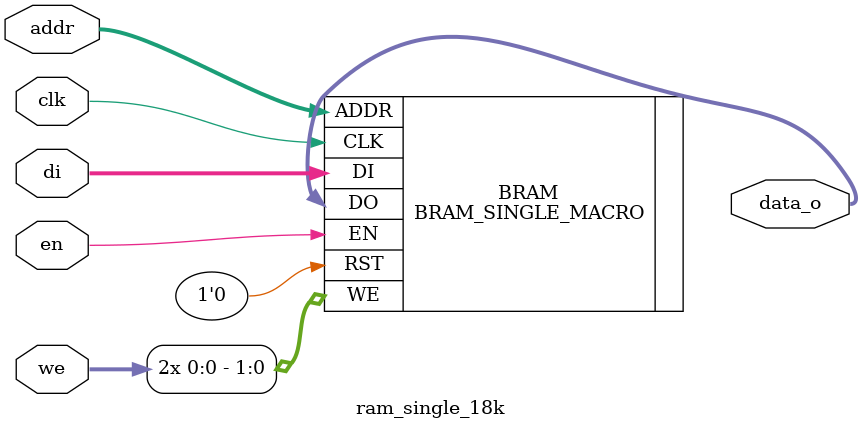
<source format=v>
`default_nettype none

module ram_single_18k #(
   parameter INITFILE      = "",
   parameter ADDRESS_WIDTH = 7,
   parameter DATA_WIDTH    = 16,
   parameter INIT_00       = 256'h0000000000000000000000000000000000000000000000000000000000000000,
   parameter INIT_01       = 256'h0000000000000000000000000000000000000000000000000000000000000000,
   parameter INIT_02       = 256'h0000000000000000000000000000000000000000000000000000000000000000,
   parameter INIT_03       = 256'h0000000000000000000000000000000000000000000000000000000000000000,
   parameter INIT_04       = 256'h0000000000000000000000000000000000000000000000000000000000000000,
   parameter INIT_05       = 256'h0000000000000000000000000000000000000000000000000000000000000000,
   parameter INIT_06       = 256'h0000000000000000000000000000000000000000000000000000000000000000,
   parameter INIT_07       = 256'h0000000000000000000000000000000000000000000000000000000000000000,
   parameter INIT_08       = 256'h0000000000000000000000000000000000000000000000000000000000000000,
   parameter INIT_09       = 256'h0000000000000000000000000000000000000000000000000000000000000000,
   parameter INIT_0A       = 256'h0000000000000000000000000000000000000000000000000000000000000000,
   parameter INIT_0B       = 256'h0000000000000000000000000000000000000000000000000000000000000000,
   parameter INIT_0C       = 256'h0000000000000000000000000000000000000000000000000000000000000000,
   parameter INIT_0D       = 256'h0000000000000000000000000000000000000000000000000000000000000000,
   parameter INIT_0E       = 256'h0000000000000000000000000000000000000000000000000000000000000000,
   parameter INIT_0F       = 256'h0000000000000000000000000000000000000000000000000000000000000000,
   parameter INIT_10       = 256'h0000000000000000000000000000000000000000000000000000000000000000,
   parameter INIT_11       = 256'h0000000000000000000000000000000000000000000000000000000000000000,
   parameter INIT_12       = 256'h0000000000000000000000000000000000000000000000000000000000000000,
   parameter INIT_13       = 256'h0000000000000000000000000000000000000000000000000000000000000000,
   parameter INIT_14       = 256'h0000000000000000000000000000000000000000000000000000000000000000,
   parameter INIT_15       = 256'h0000000000000000000000000000000000000000000000000000000000000000,
   parameter INIT_16       = 256'h0000000000000000000000000000000000000000000000000000000000000000,
   parameter INIT_17       = 256'h0000000000000000000000000000000000000000000000000000000000000000,
   parameter INIT_18       = 256'h0000000000000000000000000000000000000000000000000000000000000000,
   parameter INIT_19       = 256'h0000000000000000000000000000000000000000000000000000000000000000,
   parameter INIT_1A       = 256'h0000000000000000000000000000000000000000000000000000000000000000,
   parameter INIT_1B       = 256'h0000000000000000000000000000000000000000000000000000000000000000,
   parameter INIT_1C       = 256'h0000000000000000000000000000000000000000000000000000000000000000,
   parameter INIT_1D       = 256'h0000000000000000000000000000000000000000000000000000000000000000,
   parameter INIT_1E       = 256'h0000000000000000000000000000000000000000000000000000000000000000,
   parameter INIT_1F       = 256'h0000000000000000000000000000000000000000000000000000000000000000,
   parameter INIT_20       = 256'h0000000000000000000000000000000000000000000000000000000000000000,
   parameter INIT_21       = 256'h0000000000000000000000000000000000000000000000000000000000000000,
   parameter INIT_22       = 256'h0000000000000000000000000000000000000000000000000000000000000000,
   parameter INIT_23       = 256'h0000000000000000000000000000000000000000000000000000000000000000,
   parameter INIT_24       = 256'h0000000000000000000000000000000000000000000000000000000000000000,
   parameter INIT_25       = 256'h0000000000000000000000000000000000000000000000000000000000000000,
   parameter INIT_26       = 256'h0000000000000000000000000000000000000000000000000000000000000000,
   parameter INIT_27       = 256'h0000000000000000000000000000000000000000000000000000000000000000,
   parameter INIT_28       = 256'h0000000000000000000000000000000000000000000000000000000000000000,
   parameter INIT_29       = 256'h0000000000000000000000000000000000000000000000000000000000000000,
   parameter INIT_2A       = 256'h0000000000000000000000000000000000000000000000000000000000000000,
   parameter INIT_2B       = 256'h0000000000000000000000000000000000000000000000000000000000000000,
   parameter INIT_2C       = 256'h0000000000000000000000000000000000000000000000000000000000000000,
   parameter INIT_2D       = 256'h0000000000000000000000000000000000000000000000000000000000000000,
   parameter INIT_2E       = 256'h0000000000000000000000000000000000000000000000000000000000000000,
   parameter INIT_2F       = 256'h0000000000000000000000000000000000000000000000000000000000000000,
   parameter INIT_30       = 256'h0000000000000000000000000000000000000000000000000000000000000000,
   parameter INIT_31       = 256'h0000000000000000000000000000000000000000000000000000000000000000,
   parameter INIT_32       = 256'h0000000000000000000000000000000000000000000000000000000000000000,
   parameter INIT_33       = 256'h0000000000000000000000000000000000000000000000000000000000000000,
   parameter INIT_34       = 256'h0000000000000000000000000000000000000000000000000000000000000000,
   parameter INIT_35       = 256'h0000000000000000000000000000000000000000000000000000000000000000,
   parameter INIT_36       = 256'h0000000000000000000000000000000000000000000000000000000000000000,
   parameter INIT_37       = 256'h0000000000000000000000000000000000000000000000000000000000000000,
   parameter INIT_38       = 256'h0000000000000000000000000000000000000000000000000000000000000000,
   parameter INIT_39       = 256'h0000000000000000000000000000000000000000000000000000000000000000,
   parameter INIT_3A       = 256'h0000000000000000000000000000000000000000000000000000000000000000,
   parameter INIT_3B       = 256'h0000000000000000000000000000000000000000000000000000000000000000,
   parameter INIT_3C       = 256'h0000000000000000000000000000000000000000000000000000000000000000,
   parameter INIT_3D       = 256'h0000000000000000000000000000000000000000000000000000000000000000,
   parameter INIT_3E       = 256'h0000000000000000000000000000000000000000000000000000000000000000,
   parameter INIT_3F       = 256'h0000000000000000000000000000000000000000000000000000000000000000
) (
   input wire                          clk,
   input wire                          en,
   input wire                          we,
   input wire [ADDRESS_WIDTH-1:0]      addr,
   input wire signed [DATA_WIDTH-1:0]  di,
   output wire signed [DATA_WIDTH-1:0] data_o
);

   // TODO the address and write enable widths are incorrect. See the
   // Xilinx table for how to fix.
   BRAM_SINGLE_MACRO #(
      .BRAM_SIZE    ("18Kb"),
      .DEVICE       ("7SERIES"),
      .DO_REG       (0),
      .WRITE_WIDTH  (DATA_WIDTH),
      .READ_WIDTH   (DATA_WIDTH),
      // .INIT_FILE (INITFILE),
      .INIT_00      (INIT_00),
      .INIT_01      (INIT_01),
      .INIT_02      (INIT_02),
      .INIT_03      (INIT_03),
      .INIT_04      (INIT_04),
      .INIT_05      (INIT_05),
      .INIT_06      (INIT_06),
      .INIT_07      (INIT_07),
      .INIT_08      (INIT_08),
      .INIT_09      (INIT_09),
      .INIT_0A      (INIT_0A),
      .INIT_0B      (INIT_0B),
      .INIT_0C      (INIT_0C),
      .INIT_0D      (INIT_0D),
      .INIT_0E      (INIT_0E),
      .INIT_0F      (INIT_0F),
      .INIT_10      (INIT_10),
      .INIT_11      (INIT_11),
      .INIT_12      (INIT_12),
      .INIT_13      (INIT_13),
      .INIT_14      (INIT_14),
      .INIT_15      (INIT_15),
      .INIT_16      (INIT_16),
      .INIT_17      (INIT_17),
      .INIT_18      (INIT_18),
      .INIT_19      (INIT_19),
      .INIT_1A      (INIT_1A),
      .INIT_1B      (INIT_1B),
      .INIT_1C      (INIT_1C),
      .INIT_1D      (INIT_1D),
      .INIT_1E      (INIT_1E),
      .INIT_1F      (INIT_1F),
      .INIT_20      (INIT_20),
      .INIT_21      (INIT_21),
      .INIT_22      (INIT_22),
      .INIT_23      (INIT_23),
      .INIT_24      (INIT_24),
      .INIT_25      (INIT_25),
      .INIT_26      (INIT_26),
      .INIT_27      (INIT_27),
      .INIT_28      (INIT_28),
      .INIT_29      (INIT_29),
      .INIT_2A      (INIT_2A),
      .INIT_2B      (INIT_2B),
      .INIT_2C      (INIT_2C),
      .INIT_2D      (INIT_2D),
      .INIT_2E      (INIT_2E),
      .INIT_2F      (INIT_2F),
      .INIT_30      (INIT_30),
      .INIT_31      (INIT_31),
      .INIT_32      (INIT_32),
      .INIT_33      (INIT_33),
      .INIT_34      (INIT_34),
      .INIT_35      (INIT_35),
      .INIT_36      (INIT_36),
      .INIT_37      (INIT_37),
      .INIT_38      (INIT_38),
      .INIT_39      (INIT_39),
      .INIT_3A      (INIT_3A),
      .INIT_3B      (INIT_3B),
      .INIT_3C      (INIT_3C),
      .INIT_3D      (INIT_3D),
      .INIT_3E      (INIT_3E),
      .INIT_3F      (INIT_3F),
      .WRITE_MODE   ("NO_CHANGE")
   ) BRAM (
      .DO   (data_o),
      .DI   (di),
      .ADDR (addr),
      .CLK  (clk),
      .EN   (en),
      .RST  (1'b0),
      .WE   ({we, we})
   );

endmodule
// Local Variables:
// flycheck-verilator-include-path:("/home/matt/.nix-profile/opt/Vivado/2017.2/data/verilog/src/unimacro/"
//                                  "/home/matt/.nix-profile/opt/Vivado/2017.2/data/verilog/src/"
//                                  "/home/matt/.nix-profile/opt/Vivado/2017.2/data/verilog/src/unisims/")
// End:

</source>
